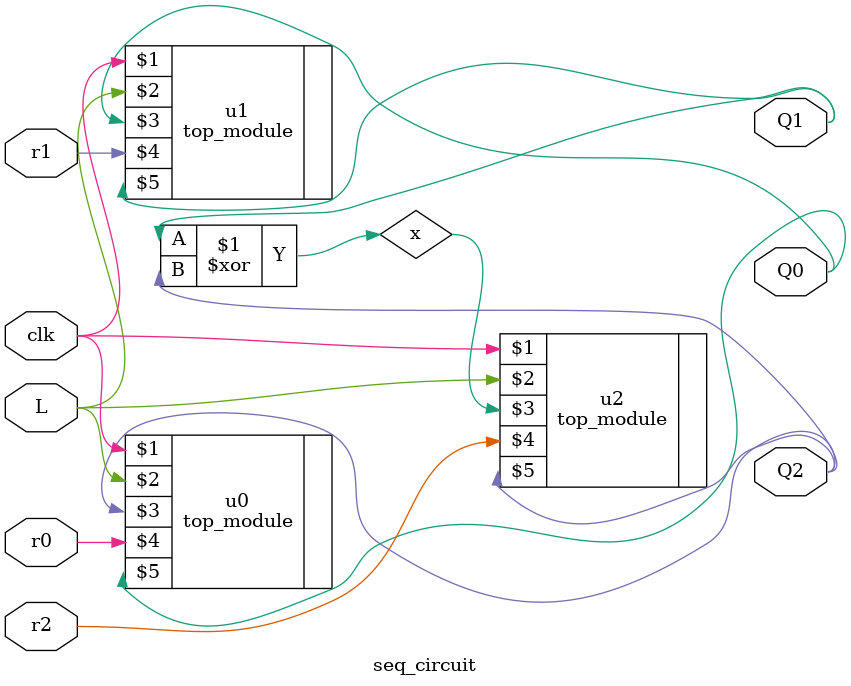
<source format=v>
`timescale 1ns/1ps
module seq_circuit(
    input clk,
    input L,
    input r0,
    input r1,
    input r2,
    output Q0,
    output Q1,
    output Q2
);
    wire x;

    assign x = Q1 ^ Q2;

    top_module u0(clk, L, Q2, r0, Q0);
    top_module u1(clk, L, Q0, r1, Q1);
    top_module u2(clk, L, x,  r2, Q2);
endmodule

</source>
